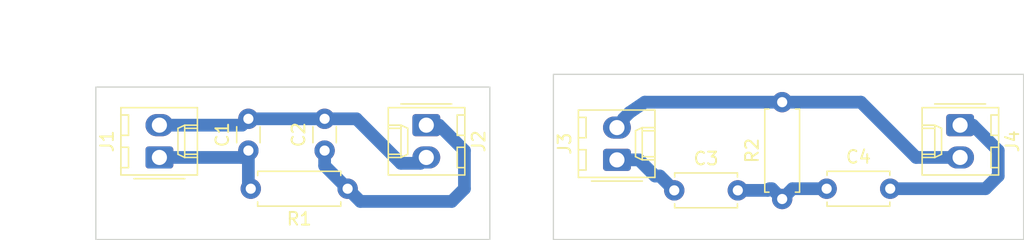
<source format=kicad_pcb>
(kicad_pcb (version 20211014) (generator pcbnew)
  (title_block (title "Filter A + B"))
  (layers (0 "F.Cu" signal) (31 "B.Cu" signal) (34 "B.Paste" user) (35 "F.Paste" user) (36 "B.SilkS" user "B.Silkscreen") (37 "F.SilkS" user "F.Silkscreen") (38 "B.Mask" user) (39 "F.Mask" user) (44 "Edge.Cuts" user))
  (net 0 "")
  (net 1 "Net-(C1-Pad1)")
  (net 2 "Net-(C2-Pad1)")
  (net 3 "Net-(C3-Pad1)")
  (net 4 "Net-(C3-Pad2)")
  (net 5 "Net-(C4-Pad2)")
  (net 6 "Net-(J1-Pad2)")
  (net 7 "Net-(J3-Pad2)")
  (footprint "kikit:Board" (layer "F.Cu") (at 67 77)
    (fp_text reference "A")
    (fp_text value "Board")
  )
  (footprint "Capacitor_THT:C_Disc_D3.0mm_W1.6mm_P2.50mm" (layer "F.Cu") (at 77 82 90)
    (fp_text reference "C1" (at 1.25 -2.05 90) (layer "F.SilkS"))
    (fp_text value "100nF")
    (fp_line (start 0.621 0.92) (end 1.879 0.92) (layer "F.SilkS") (width 0.12))
    (fp_line (start 0.621 -0.92) (end 1.879 -0.92) (layer "F.SilkS") (width 0.12))
    (pad "1" thru_hole circle (at 0 0 90) (size 1.6 1.6) (drill 0.8) (layers *.Cu *.Mask) (net 1 "Net-(C1-Pad1)"))
    (pad "2" thru_hole circle (at 2.5 0 90) (size 1.6 1.6) (drill 0.8) (layers *.Cu *.Mask) (net 6 "Net-(J1-Pad2)"))
  )
  (footprint "Connector_Molex:Molex_KK-254_AE-6410-02A_1x02_P2.54mm_Vertical" (layer "F.Cu") (at 91 80 -90)
    (fp_text reference "J2" (at 1.27 -4.12 90) (layer "F.SilkS"))
    (fp_text value "Out")
    (fp_line (start -0.8 -2.43) (end 0.8 -2.43) (layer "F.SilkS") (width 0.12))
    (fp_line (start 0 1.99) (end 0.25 1.46) (layer "F.SilkS") (width 0.12))
    (fp_line (start 3.92 -3.03) (end -1.38 -3.03) (layer "F.SilkS") (width 0.12))
    (fp_line (start 1.74 -2.43) (end 3.34 -2.43) (layer "F.SilkS") (width 0.12))
    (fp_line (start 3.34 -2.43) (end 3.34 -3.03) (layer "F.SilkS") (width 0.12))
    (fp_line (start -1.67 -2) (end -1.67 2) (layer "F.SilkS") (width 0.12))
    (fp_line (start 1.74 -3.03) (end 1.74 -2.43) (layer "F.SilkS") (width 0.12))
    (fp_line (start 3.92 2.99) (end 3.92 -3.03) (layer "F.SilkS") (width 0.12))
    (fp_line (start 2.29 1.46) (end 2.54 1.99) (layer "F.SilkS") (width 0.12))
    (fp_line (start 0.25 2.99) (end 0.25 1.99) (layer "F.SilkS") (width 0.12))
    (fp_line (start 0 1.99) (end 2.54 1.99) (layer "F.SilkS") (width 0.12))
    (fp_line (start 0 2.99) (end 0 1.99) (layer "F.SilkS") (width 0.12))
    (fp_line (start 0.8 -2.43) (end 0.8 -3.03) (layer "F.SilkS") (width 0.12))
    (fp_line (start -0.8 -3.03) (end -0.8 -2.43) (layer "F.SilkS") (width 0.12))
    (fp_line (start -1.38 2.99) (end 3.92 2.99) (layer "F.SilkS") (width 0.12))
    (fp_line (start -1.38 -3.03) (end -1.38 2.99) (layer "F.SilkS") (width 0.12))
    (fp_line (start 2.54 1.99) (end 2.54 2.99) (layer "F.SilkS") (width 0.12))
    (fp_line (start 0.25 1.46) (end 2.29 1.46) (layer "F.SilkS") (width 0.12))
    (fp_line (start 2.29 2.99) (end 2.29 1.99) (layer "F.SilkS") (width 0.12))
    (pad "1" thru_hole roundrect (at 0 0 270) (size 1.74 2.19) (drill 1.19) (layers *.Cu *.Mask) (roundrect_rratio 0.143678) (net 2 "Net-(C2-Pad1)"))
    (pad "2" thru_hole oval (at 2.54 0 270) (size 1.74 2.19) (drill 1.19) (layers *.Cu *.Mask) (net 6 "Net-(J1-Pad2)"))
  )
  (footprint "Connector_Molex:Molex_KK-254_AE-6410-02A_1x02_P2.54mm_Vertical" (layer "F.Cu") (at 133 80 -90)
    (fp_text reference "J4" (at 1.27 -4.12 90) (layer "F.SilkS"))
    (fp_text value "OUT")
    (fp_line (start 0.25 2.99) (end 0.25 1.99) (layer "F.SilkS") (width 0.12))
    (fp_line (start 2.29 2.99) (end 2.29 1.99) (layer "F.SilkS") (width 0.12))
    (fp_line (start 0 2.99) (end 0 1.99) (layer "F.SilkS") (width 0.12))
    (fp_line (start -1.67 -2) (end -1.67 2) (layer "F.SilkS") (width 0.12))
    (fp_line (start 0.8 -2.43) (end 0.8 -3.03) (layer "F.SilkS") (width 0.12))
    (fp_line (start 0 1.99) (end 2.54 1.99) (layer "F.SilkS") (width 0.12))
    (fp_line (start -1.38 -3.03) (end -1.38 2.99) (layer "F.SilkS") (width 0.12))
    (fp_line (start 0.25 1.46) (end 2.29 1.46) (layer "F.SilkS") (width 0.12))
    (fp_line (start 3.92 -3.03) (end -1.38 -3.03) (layer "F.SilkS") (width 0.12))
    (fp_line (start -0.8 -2.43) (end 0.8 -2.43) (layer "F.SilkS") (width 0.12))
    (fp_line (start 1.74 -2.43) (end 3.34 -2.43) (layer "F.SilkS") (width 0.12))
    (fp_line (start 3.92 2.99) (end 3.92 -3.03) (layer "F.SilkS") (width 0.12))
    (fp_line (start -0.8 -3.03) (end -0.8 -2.43) (layer "F.SilkS") (width 0.12))
    (fp_line (start -1.38 2.99) (end 3.92 2.99) (layer "F.SilkS") (width 0.12))
    (fp_line (start 0 1.99) (end 0.25 1.46) (layer "F.SilkS") (width 0.12))
    (fp_line (start 1.74 -3.03) (end 1.74 -2.43) (layer "F.SilkS") (width 0.12))
    (fp_line (start 3.34 -2.43) (end 3.34 -3.03) (layer "F.SilkS") (width 0.12))
    (fp_line (start 2.54 1.99) (end 2.54 2.99) (layer "F.SilkS") (width 0.12))
    (fp_line (start 2.29 1.46) (end 2.54 1.99) (layer "F.SilkS") (width 0.12))
    (pad "1" thru_hole roundrect (at 0 0 270) (size 1.74 2.19) (drill 1.19) (layers *.Cu *.Mask) (roundrect_rratio 0.143678) (net 5 "Net-(C4-Pad2)"))
    (pad "2" thru_hole oval (at 2.54 0 270) (size 1.74 2.19) (drill 1.19) (layers *.Cu *.Mask) (net 7 "Net-(J3-Pad2)"))
  )
  (footprint "Capacitor_THT:C_Disc_D4.7mm_W2.5mm_P5.00mm" (layer "F.Cu") (at 122.5 85)
    (fp_text reference "C4" (at 2.5 -2.5) (layer "F.SilkS"))
    (fp_text value "100nF")
    (fp_line (start 4.97 1.055) (end 4.97 1.37) (layer "F.SilkS") (width 0.12))
    (fp_line (start 0.03 1.055) (end 0.03 1.37) (layer "F.SilkS") (width 0.12))
    (fp_line (start 0.03 1.37) (end 4.97 1.37) (layer "F.SilkS") (width 0.12))
    (fp_line (start 0.03 -1.37) (end 4.97 -1.37) (layer "F.SilkS") (width 0.12))
    (fp_line (start 4.97 -1.37) (end 4.97 -1.055) (layer "F.SilkS") (width 0.12))
    (fp_line (start 0.03 -1.37) (end 0.03 -1.055) (layer "F.SilkS") (width 0.12))
    (pad "1" thru_hole circle (at 0 0) (size 1.6 1.6) (drill 0.8) (layers *.Cu *.Mask) (net 4 "Net-(C3-Pad2)"))
    (pad "2" thru_hole circle (at 5 0) (size 1.6 1.6) (drill 0.8) (layers *.Cu *.Mask) (net 5 "Net-(C4-Pad2)"))
  )
  (footprint "Connector_Molex:Molex_KK-254_AE-6410-02A_1x02_P2.54mm_Vertical" (layer "F.Cu") (at 106 82.73 90)
    (fp_text reference "J3" (at 1.27 -4.12 90) (layer "F.SilkS"))
    (fp_text value "IN")
    (fp_line (start 0 1.99) (end 2.54 1.99) (layer "F.SilkS") (width 0.12))
    (fp_line (start 3.92 2.99) (end 3.92 -3.03) (layer "F.SilkS") (width 0.12))
    (fp_line (start 0.25 1.46) (end 2.29 1.46) (layer "F.SilkS") (width 0.12))
    (fp_line (start -1.38 2.99) (end 3.92 2.99) (layer "F.SilkS") (width 0.12))
    (fp_line (start 2.29 1.46) (end 2.54 1.99) (layer "F.SilkS") (width 0.12))
    (fp_line (start -1.67 -2) (end -1.67 2) (layer "F.SilkS") (width 0.12))
    (fp_line (start 0.25 2.99) (end 0.25 1.99) (layer "F.SilkS") (width 0.12))
    (fp_line (start 1.74 -3.03) (end 1.74 -2.43) (layer "F.SilkS") (width 0.12))
    (fp_line (start 1.74 -2.43) (end 3.34 -2.43) (layer "F.SilkS") (width 0.12))
    (fp_line (start 0 2.99) (end 0 1.99) (layer "F.SilkS") (width 0.12))
    (fp_line (start 0.8 -2.43) (end 0.8 -3.03) (layer "F.SilkS") (width 0.12))
    (fp_line (start 0 1.99) (end 0.25 1.46) (layer "F.SilkS") (width 0.12))
    (fp_line (start -1.38 -3.03) (end -1.38 2.99) (layer "F.SilkS") (width 0.12))
    (fp_line (start -0.8 -2.43) (end 0.8 -2.43) (layer "F.SilkS") (width 0.12))
    (fp_line (start -0.8 -3.03) (end -0.8 -2.43) (layer "F.SilkS") (width 0.12))
    (fp_line (start 2.29 2.99) (end 2.29 1.99) (layer "F.SilkS") (width 0.12))
    (fp_line (start 2.54 1.99) (end 2.54 2.99) (layer "F.SilkS") (width 0.12))
    (fp_line (start 3.34 -2.43) (end 3.34 -3.03) (layer "F.SilkS") (width 0.12))
    (fp_line (start 3.92 -3.03) (end -1.38 -3.03) (layer "F.SilkS") (width 0.12))
    (pad "1" thru_hole roundrect (at 0 0 90) (size 1.74 2.19) (drill 1.19) (layers *.Cu *.Mask) (roundrect_rratio 0.143678) (net 3 "Net-(C3-Pad1)"))
    (pad "2" thru_hole oval (at 2.54 0 90) (size 1.74 2.19) (drill 1.19) (layers *.Cu *.Mask) (net 7 "Net-(J3-Pad2)"))
  )
  (footprint "Connector_Molex:Molex_KK-254_AE-6410-02A_1x02_P2.54mm_Vertical" (layer "F.Cu") (at 70 82.54 90)
    (fp_text reference "J1" (at 1.27 -4.12 90) (layer "F.SilkS"))
    (fp_text value "In")
    (fp_line (start 3.92 -3.03) (end -1.38 -3.03) (layer "F.SilkS") (width 0.12))
    (fp_line (start 3.92 2.99) (end 3.92 -3.03) (layer "F.SilkS") (width 0.12))
    (fp_line (start -1.67 -2) (end -1.67 2) (layer "F.SilkS") (width 0.12))
    (fp_line (start -0.8 -2.43) (end 0.8 -2.43) (layer "F.SilkS") (width 0.12))
    (fp_line (start 2.54 1.99) (end 2.54 2.99) (layer "F.SilkS") (width 0.12))
    (fp_line (start -0.8 -3.03) (end -0.8 -2.43) (layer "F.SilkS") (width 0.12))
    (fp_line (start -1.38 -3.03) (end -1.38 2.99) (layer "F.SilkS") (width 0.12))
    (fp_line (start 1.74 -2.43) (end 3.34 -2.43) (layer "F.SilkS") (width 0.12))
    (fp_line (start 0.25 1.46) (end 2.29 1.46) (layer "F.SilkS") (width 0.12))
    (fp_line (start 0.8 -2.43) (end 0.8 -3.03) (layer "F.SilkS") (width 0.12))
    (fp_line (start 3.34 -2.43) (end 3.34 -3.03) (layer "F.SilkS") (width 0.12))
    (fp_line (start 0.25 2.99) (end 0.25 1.99) (layer "F.SilkS") (width 0.12))
    (fp_line (start 0 1.99) (end 2.54 1.99) (layer "F.SilkS") (width 0.12))
    (fp_line (start 0 1.99) (end 0.25 1.46) (layer "F.SilkS") (width 0.12))
    (fp_line (start 2.29 1.46) (end 2.54 1.99) (layer "F.SilkS") (width 0.12))
    (fp_line (start 0 2.99) (end 0 1.99) (layer "F.SilkS") (width 0.12))
    (fp_line (start 2.29 2.99) (end 2.29 1.99) (layer "F.SilkS") (width 0.12))
    (fp_line (start 1.74 -3.03) (end 1.74 -2.43) (layer "F.SilkS") (width 0.12))
    (fp_line (start -1.38 2.99) (end 3.92 2.99) (layer "F.SilkS") (width 0.12))
    (pad "1" thru_hole roundrect (at 0 0 90) (size 1.74 2.19) (drill 1.19) (layers *.Cu *.Mask) (roundrect_rratio 0.143678) (net 1 "Net-(C1-Pad1)"))
    (pad "2" thru_hole oval (at 2.54 0 90) (size 1.74 2.19) (drill 1.19) (layers *.Cu *.Mask) (net 6 "Net-(J1-Pad2)"))
  )
  (footprint "Capacitor_THT:C_Disc_D4.7mm_W2.5mm_P5.00mm" (layer "F.Cu") (at 110.51 85.13)
    (fp_text reference "C3" (at 2.5 -2.5) (layer "F.SilkS"))
    (fp_text value "100nF")
    (fp_line (start 0.03 -1.37) (end 4.97 -1.37) (layer "F.SilkS") (width 0.12))
    (fp_line (start 0.03 1.37) (end 4.97 1.37) (layer "F.SilkS") (width 0.12))
    (fp_line (start 4.97 1.055) (end 4.97 1.37) (layer "F.SilkS") (width 0.12))
    (fp_line (start 4.97 -1.37) (end 4.97 -1.055) (layer "F.SilkS") (width 0.12))
    (fp_line (start 0.03 -1.37) (end 0.03 -1.055) (layer "F.SilkS") (width 0.12))
    (fp_line (start 0.03 1.055) (end 0.03 1.37) (layer "F.SilkS") (width 0.12))
    (pad "1" thru_hole circle (at 0 0) (size 1.6 1.6) (drill 0.8) (layers *.Cu *.Mask) (net 3 "Net-(C3-Pad1)"))
    (pad "2" thru_hole circle (at 5 0) (size 1.6 1.6) (drill 0.8) (layers *.Cu *.Mask) (net 4 "Net-(C3-Pad2)"))
  )
  (footprint "Resistor_THT:R_Axial_DIN0207_L6.3mm_D2.5mm_P7.62mm_Horizontal" (layer "F.Cu") (at 119 85.81 90)
    (fp_text reference "R2" (at 3.81 -2.37 90) (layer "F.SilkS"))
    (fp_text value "1k")
    (fp_line (start 0.54 1.04) (end 0.54 1.37) (layer "F.SilkS") (width 0.12))
    (fp_line (start 0.54 -1.37) (end 7.08 -1.37) (layer "F.SilkS") (width 0.12))
    (fp_line (start 7.08 1.37) (end 7.08 1.04) (layer "F.SilkS") (width 0.12))
    (fp_line (start 0.54 1.37) (end 7.08 1.37) (layer "F.SilkS") (width 0.12))
    (fp_line (start 7.08 -1.37) (end 7.08 -1.04) (layer "F.SilkS") (width 0.12))
    (fp_line (start 0.54 -1.04) (end 0.54 -1.37) (layer "F.SilkS") (width 0.12))
    (pad "1" thru_hole circle (at 0 0 90) (size 1.6 1.6) (drill 0.8) (layers *.Cu *.Mask) (net 4 "Net-(C3-Pad2)"))
    (pad "2" thru_hole oval (at 7.62 0 90) (size 1.6 1.6) (drill 0.8) (layers *.Cu *.Mask) (net 7 "Net-(J3-Pad2)"))
  )
  (footprint "Capacitor_THT:C_Disc_D3.0mm_W1.6mm_P2.50mm" (layer "F.Cu") (at 83 82 90)
    (fp_text reference "C2" (at 1.25 -2.05 90) (layer "F.SilkS"))
    (fp_text value "100nF")
    (fp_line (start 0.621 0.92) (end 1.879 0.92) (layer "F.SilkS") (width 0.12))
    (fp_line (start 0.621 -0.92) (end 1.879 -0.92) (layer "F.SilkS") (width 0.12))
    (pad "1" thru_hole circle (at 0 0 90) (size 1.6 1.6) (drill 0.8) (layers *.Cu *.Mask) (net 2 "Net-(C2-Pad1)"))
    (pad "2" thru_hole circle (at 2.5 0 90) (size 1.6 1.6) (drill 0.8) (layers *.Cu *.Mask) (net 6 "Net-(J1-Pad2)"))
  )
  (footprint "Resistor_THT:R_Axial_DIN0207_L6.3mm_D2.5mm_P7.62mm_Horizontal" (layer "F.Cu") (at 84.81 85 180)
    (fp_text reference "R1" (at 3.81 -2.37) (layer "F.SilkS"))
    (fp_text value "1k")
    (fp_line (start 0.54 1.04) (end 0.54 1.37) (layer "F.SilkS") (width 0.12))
    (fp_line (start 0.54 -1.37) (end 7.08 -1.37) (layer "F.SilkS") (width 0.12))
    (fp_line (start 0.54 1.37) (end 7.08 1.37) (layer "F.SilkS") (width 0.12))
    (fp_line (start 7.08 -1.37) (end 7.08 -1.04) (layer "F.SilkS") (width 0.12))
    (fp_line (start 7.08 1.37) (end 7.08 1.04) (layer "F.SilkS") (width 0.12))
    (fp_line (start 0.54 -1.04) (end 0.54 -1.37) (layer "F.SilkS") (width 0.12))
    (pad "1" thru_hole circle (at 0 0 180) (size 1.6 1.6) (drill 0.8) (layers *.Cu *.Mask) (net 2 "Net-(C2-Pad1)"))
    (pad "2" thru_hole oval (at 7.62 0 180) (size 1.6 1.6) (drill 0.8) (layers *.Cu *.Mask) (net 1 "Net-(C1-Pad1)"))
  )
  (footprint "kikit:Board" (layer "F.Cu") (at 105 76)
    (fp_text reference "B")
    (fp_text value "Board")
  )
  (gr_rect (start 101 76) (end 138 89) (layer "Edge.Cuts") (width 0.1) (fill none))
  (gr_rect (start 96 89) (end 65 77) (layer "Edge.Cuts") (width 0.1) (fill none))
  (segment (start 77 82) (end 77 84.81) (width 1) (layer "B.Cu") (net 1))
  (segment (start 70 82.54) (end 76.46 82.54) (width 1) (layer "B.Cu") (net 1))
  (segment (start 77 84.81) (end 77.19 85) (width 1) (layer "B.Cu") (net 1))
  (segment (start 76.46 82.54) (end 77 82) (width 1) (layer "B.Cu") (net 1))
  (segment (start 83 83.19) (end 84.81 85) (width 1) (layer "B.Cu") (net 2))
  (segment (start 94 82) (end 94 85) (width 1) (layer "B.Cu") (net 2))
  (segment (start 83 82) (end 83 83.19) (width 1) (layer "B.Cu") (net 2))
  (segment (start 85.81 86) (end 84.81 85) (width 1) (layer "B.Cu") (net 2))
  (segment (start 94 85) (end 93 86) (width 1) (layer "B.Cu") (net 2))
  (segment (start 93 86) (end 85.81 86) (width 1) (layer "B.Cu") (net 2))
  (segment (start 92 80) (end 94 82) (width 1) (layer "B.Cu") (net 2))
  (segment (start 91 80) (end 92 80) (width 1) (layer "B.Cu") (net 2))
  (segment (start 107.73 82.73) (end 106.51 82.73) (width 1) (layer "B.Cu") (net 3))
  (segment (start 109 84) (end 107.73 82.73) (width 1) (layer "B.Cu") (net 3))
  (segment (start 110.51 85.13) (end 109.38 84) (width 1) (layer "B.Cu") (net 3))
  (segment (start 109.38 84) (end 109 84) (width 1) (layer "B.Cu") (net 3))
  (segment (start 119.81 85) (end 119 85.81) (width 1) (layer "B.Cu") (net 4))
  (segment (start 118.19 85) (end 118 85) (width 1) (layer "B.Cu") (net 4))
  (segment (start 118 85) (end 117.87 85.13) (width 1) (layer "B.Cu") (net 4))
  (segment (start 122.5 85) (end 119.81 85) (width 1) (layer "B.Cu") (net 4))
  (segment (start 119 85.81) (end 118.19 85) (width 1) (layer "B.Cu") (net 4))
  (segment (start 117.87 85.13) (end 115.51 85.13) (width 1) (layer "B.Cu") (net 4))
  (segment (start 134 80) (end 136 82) (width 1) (layer "B.Cu") (net 5))
  (segment (start 133 80) (end 134 80) (width 1) (layer "B.Cu") (net 5))
  (segment (start 136 84) (end 135 85) (width 1) (layer "B.Cu") (net 5))
  (segment (start 136 82) (end 136 84) (width 1) (layer "B.Cu") (net 5))
  (segment (start 135 85) (end 127.5 85) (width 1) (layer "B.Cu") (net 5))
  (segment (start 85.5 79.5) (end 89 83) (width 1) (layer "B.Cu") (net 6))
  (segment (start 90.54 83) (end 91 82.54) (width 1) (layer "B.Cu") (net 6))
  (segment (start 89 83) (end 90.54 83) (width 1) (layer "B.Cu") (net 6))
  (segment (start 70 80) (end 76.5 80) (width 1) (layer "B.Cu") (net 6))
  (segment (start 76.5 80) (end 77 79.5) (width 1) (layer "B.Cu") (net 6))
  (segment (start 83 79.5) (end 85.5 79.5) (width 1) (layer "B.Cu") (net 6))
  (segment (start 77 79.5) (end 83 79.5) (width 1) (layer "B.Cu") (net 6))
  (segment (start 129.54 82.54) (end 133 82.54) (width 1) (layer "B.Cu") (net 7))
  (segment (start 106.51 80.19) (end 106.51 79.49) (width 1) (layer "B.Cu") (net 7))
  (segment (start 119 78.19) (end 125.19 78.19) (width 1) (layer "B.Cu") (net 7))
  (segment (start 107 79) (end 108.19 78.19) (width 1) (layer "B.Cu") (net 7))
  (segment (start 125.19 78.19) (end 129.54 82.54) (width 1) (layer "B.Cu") (net 7))
  (segment (start 108.19 78.19) (end 119 78.19) (width 1) (layer "B.Cu") (net 7))
  (segment (start 106.51 79.49) (end 107 79) (width 1) (layer "B.Cu") (net 7))
)
</source>
